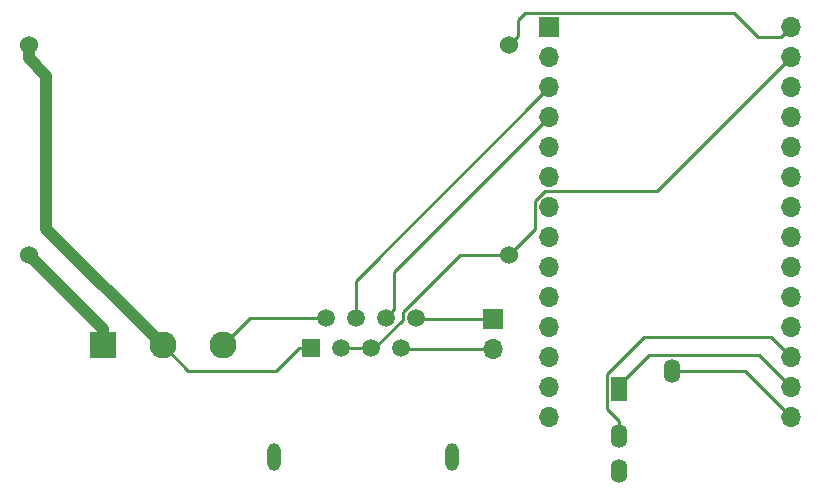
<source format=gbr>
G04 #@! TF.GenerationSoftware,KiCad,Pcbnew,(5.1.5)-3*
G04 #@! TF.CreationDate,2020-06-13T00:38:24-05:00*
G04 #@! TF.ProjectId,SimpleBuildSounds_28PinSound,53696d70-6c65-4427-9569-6c64536f756e,rev?*
G04 #@! TF.SameCoordinates,Original*
G04 #@! TF.FileFunction,Copper,L1,Top*
G04 #@! TF.FilePolarity,Positive*
%FSLAX46Y46*%
G04 Gerber Fmt 4.6, Leading zero omitted, Abs format (unit mm)*
G04 Created by KiCad (PCBNEW (5.1.5)-3) date 2020-06-13 00:38:24*
%MOMM*%
%LPD*%
G04 APERTURE LIST*
%ADD10O,1.140000X2.362000*%
%ADD11C,1.500000*%
%ADD12R,1.500000X1.500000*%
%ADD13O,1.700000X1.700000*%
%ADD14R,1.700000X1.700000*%
%ADD15R,2.286000X2.286000*%
%ADD16C,2.286000*%
%ADD17O,1.400000X2.000000*%
%ADD18R,1.400000X2.000000*%
%ADD19C,1.524000*%
%ADD20C,0.250000*%
%ADD21C,1.000000*%
G04 APERTURE END LIST*
D10*
X170942000Y-89706450D03*
X155943300Y-89706450D03*
D11*
X167894000Y-77914500D03*
X166624000Y-80454500D03*
X165354000Y-77914500D03*
X164084000Y-80454500D03*
X162814000Y-77914500D03*
X161544000Y-80454500D03*
X160274000Y-77914500D03*
D12*
X159004000Y-80454500D03*
D13*
X199697000Y-86296500D03*
X179197000Y-86296500D03*
X199697000Y-83756500D03*
X179197000Y-83756500D03*
X199697000Y-81216500D03*
X179197000Y-81216500D03*
X199697000Y-78676500D03*
X179197000Y-78676500D03*
X199697000Y-76136500D03*
X179197000Y-76136500D03*
X199697000Y-73596500D03*
X179197000Y-73596500D03*
X199697000Y-71056500D03*
X179197000Y-71056500D03*
X199697000Y-68516500D03*
X179197000Y-68516500D03*
X199697000Y-65976500D03*
X179197000Y-65976500D03*
X199697000Y-63436500D03*
X179197000Y-63436500D03*
X199697000Y-60896500D03*
X179197000Y-60896500D03*
X199697000Y-58356500D03*
X179197000Y-58356500D03*
X199697000Y-55816500D03*
X179197000Y-55816500D03*
X199697000Y-53276500D03*
D14*
X179197000Y-53276500D03*
D15*
X141414500Y-80200500D03*
D16*
X146494500Y-80200500D03*
X151574500Y-80200500D03*
D17*
X185111000Y-90883500D03*
X185111000Y-87883500D03*
D18*
X185111000Y-83883500D03*
D17*
X189611000Y-82383500D03*
D14*
X174434500Y-77978000D03*
D13*
X174434500Y-80518000D03*
D19*
X175768000Y-72580500D03*
X175768000Y-54800500D03*
X135128000Y-72580500D03*
X135128000Y-54800500D03*
D20*
X162604660Y-80454500D02*
X164084000Y-80454500D01*
X161544000Y-80454500D02*
X162604660Y-80454500D01*
X174690370Y-72580500D02*
X175768000Y-72580500D01*
X171636998Y-72580500D02*
X174690370Y-72580500D01*
X166818999Y-77398499D02*
X171636998Y-72580500D01*
X166818999Y-78040503D02*
X166818999Y-77398499D01*
X164405002Y-80454500D02*
X166818999Y-78040503D01*
X164084000Y-80454500D02*
X164405002Y-80454500D01*
X198847001Y-56666499D02*
X199697000Y-55816500D01*
X188361999Y-67151501D02*
X198847001Y-56666499D01*
X178822997Y-67151501D02*
X188361999Y-67151501D01*
X178021999Y-67952499D02*
X178822997Y-67151501D01*
X178021999Y-70326501D02*
X178021999Y-67952499D01*
X175768000Y-72580500D02*
X178021999Y-70326501D01*
D21*
X135128000Y-54800500D02*
X135128000Y-55878130D01*
X136621185Y-70327185D02*
X146494500Y-80200500D01*
X136621185Y-57371315D02*
X136621185Y-70327185D01*
X135128000Y-55878130D02*
X136621185Y-57371315D01*
D20*
X158004000Y-80454500D02*
X159004000Y-80454500D01*
X156099000Y-82359500D02*
X158004000Y-80454500D01*
X148653500Y-82359500D02*
X156099000Y-82359500D01*
X146494500Y-80200500D02*
X148653500Y-82359500D01*
X198847001Y-54126499D02*
X199697000Y-53276500D01*
X175768000Y-54800500D02*
X176529999Y-54038501D01*
X176529999Y-54038501D02*
X176529999Y-52705001D01*
X176529999Y-52705001D02*
X177133501Y-52101499D01*
X177133501Y-52101499D02*
X194825722Y-52101499D01*
X194825722Y-52101499D02*
X196850722Y-54126499D01*
X196850722Y-54126499D02*
X198847001Y-54126499D01*
D21*
X141414500Y-78867000D02*
X141414500Y-80200500D01*
X135128000Y-72580500D02*
X141414500Y-78867000D01*
D20*
X153860500Y-77914500D02*
X160274000Y-77914500D01*
X151574500Y-80200500D02*
X153860500Y-77914500D01*
X162814000Y-74739500D02*
X179197000Y-58356500D01*
X162814000Y-77914500D02*
X162814000Y-74739500D01*
X178347001Y-61746499D02*
X179197000Y-60896500D01*
X166103999Y-73989501D02*
X178347001Y-61746499D01*
X166103999Y-77164501D02*
X166103999Y-73989501D01*
X165354000Y-77914500D02*
X166103999Y-77164501D01*
X166687500Y-80518000D02*
X166624000Y-80454500D01*
X174434500Y-80518000D02*
X166687500Y-80518000D01*
X167957500Y-77978000D02*
X167894000Y-77914500D01*
X174434500Y-77978000D02*
X167957500Y-77978000D01*
X195784000Y-82383500D02*
X189611000Y-82383500D01*
X199697000Y-86296500D02*
X195784000Y-82383500D01*
X198847001Y-82906501D02*
X199697000Y-83756500D01*
X196998990Y-81058490D02*
X198847001Y-82906501D01*
X187636010Y-81058490D02*
X196998990Y-81058490D01*
X185111000Y-83583500D02*
X187636010Y-81058490D01*
X185111000Y-83883500D02*
X185111000Y-83583500D01*
X185111000Y-86633500D02*
X185111000Y-87883500D01*
X184085999Y-85608499D02*
X185111000Y-86633500D01*
X184085999Y-82623499D02*
X184085999Y-85608499D01*
X187207498Y-79502000D02*
X184085999Y-82623499D01*
X197982500Y-79502000D02*
X187207498Y-79502000D01*
X199697000Y-81216500D02*
X197982500Y-79502000D01*
M02*

</source>
